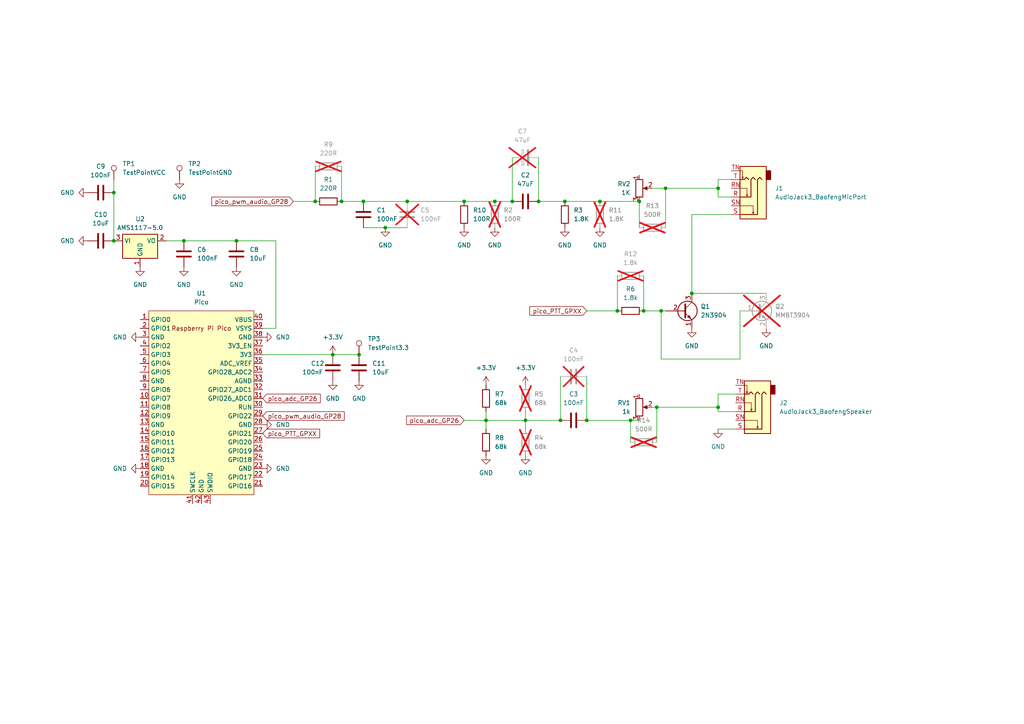
<source format=kicad_sch>
(kicad_sch (version 20230121) (generator eeschema)
  (paper "A4")
  (lib_symbols
    (symbol "Connector:TestPoint" (pin_numbers hide) (pin_names (offset 0.762) hide)
      (property "Reference" "TP" (at 0 6.858 0))
      (property "Value" "TestPoint" (at 0 5.08 0))
      (symbol "TestPoint_0_1"
        (circle (center 0 3.302) (radius 0.762))
      )
      (symbol "TestPoint_1_1"
        (pin passive line (at 0 0 90) (length 2.54) (name "1") (number "1"))
      )
    )
    (symbol "Connector_Audio:AudioJack3_Switch"
      (property "Reference" "J" (at 0 11.43 0))
      (property "Value" "AudioJack3_Switch" (at 0 8.89 0))
      (symbol "AudioJack3_Switch_0_1"
        (rectangle (start -5.08 -5.08) (end -6.35 -7.62) (stroke (width 0.254)) (fill (type outline)))
        (polyline (pts (xy -1.27 4.826) (xy -1.016 4.318)))
        (polyline (pts (xy 0.508 -0.254) (xy 0.762 -0.762)))
        (polyline (pts (xy 1.778 -5.334) (xy 2.032 -5.842)))
        (polyline (pts (xy 0 -5.08) (xy 0.635 -5.715) (xy 1.27 -5.08) (xy 2.54 -5.08)) (stroke (width 0.254)))
        (polyline (pts (xy 2.54 -7.62) (xy 1.778 -7.62) (xy 1.778 -5.334) (xy 1.524 -5.842)))
        (polyline (pts (xy 2.54 -2.54) (xy 0.508 -2.54) (xy 0.508 -0.254) (xy 0.254 -0.762)))
        (polyline (pts (xy 2.54 2.54) (xy -1.27 2.54) (xy -1.27 4.826) (xy -1.524 4.318)))
        (polyline (pts (xy -1.905 -5.08) (xy -1.27 -5.715) (xy -0.635 -5.08) (xy -0.635 0) (xy 2.54 0)) (stroke (width 0.254)))
        (polyline (pts (xy 2.54 5.08) (xy -2.54 5.08) (xy -2.54 -5.08) (xy -3.175 -5.715) (xy -3.81 -5.08)) (stroke (width 0.254)))
        (rectangle (start 2.54 6.35) (end -5.08 -8.89) (stroke (width 0.254)) (fill (type background)))
      )
      (symbol "AudioJack3_Switch_1_1"
        (pin passive line (at 5.08 0 180) (length 2.54) (name "~") (number "R"))
        (pin passive line (at 5.08 -2.54 180) (length 2.54) (name "~") (number "RN"))
        (pin passive line (at 5.08 5.08 180) (length 2.54) (name "~") (number "S"))
        (pin passive line (at 5.08 2.54 180) (length 2.54) (name "~") (number "SN"))
        (pin passive line (at 5.08 -5.08 180) (length 2.54) (name "~") (number "T"))
        (pin passive line (at 5.08 -7.62 180) (length 2.54) (name "~") (number "TN"))
      )
    )
    (symbol "Device:C" (pin_numbers hide) (pin_names (offset 0.254))
      (property "Reference" "C" (at 0.635 2.54 0))
      (property "Value" "C" (at 0.635 -2.54 0))
      (symbol "C_0_1"
        (polyline (pts (xy -2.032 -0.762) (xy 2.032 -0.762)) (stroke (width 0.508)))
        (polyline (pts (xy -2.032 0.762) (xy 2.032 0.762)) (stroke (width 0.508)))
      )
      (symbol "C_1_1"
        (pin passive line (at 0 3.81 270) (length 2.794) (name "~") (number "1"))
        (pin passive line (at 0 -3.81 90) (length 2.794) (name "~") (number "2"))
      )
    )
    (symbol "Device:C_Polarized" (pin_numbers hide) (pin_names (offset 0.254))
      (property "Reference" "C" (at 0.635 2.54 0))
      (property "Value" "C_Polarized" (at 0.635 -2.54 0))
      (symbol "C_Polarized_0_1"
        (rectangle (start -2.286 0.508) (end 2.286 1.016))
        (polyline (pts (xy -1.778 2.286) (xy -0.762 2.286)))
        (polyline (pts (xy -1.27 2.794) (xy -1.27 1.778)))
        (rectangle (start 2.286 -0.508) (end -2.286 -1.016) (fill (type outline)))
      )
      (symbol "C_Polarized_1_1"
        (pin passive line (at 0 3.81 270) (length 2.794) (name "~") (number "1"))
        (pin passive line (at 0 -3.81 90) (length 2.794) (name "~") (number "2"))
      )
    )
    (symbol "Device:R" (pin_numbers hide) (pin_names (offset 0))
      (property "Reference" "R" (at 2.032 0 90))
      (property "Value" "R" (at 0 0 90))
      (symbol "R_0_1"
        (rectangle (start -1.016 -2.54) (end 1.016 2.54) (stroke (width 0.254)))
      )
      (symbol "R_1_1"
        (pin passive line (at 0 3.81 270) (length 1.27) (name "~") (number "1"))
        (pin passive line (at 0 -3.81 90) (length 1.27) (name "~") (number "2"))
      )
    )
    (symbol "Device:R_Potentiometer" (pin_names (offset 1.016) hide)
      (property "Reference" "RV" (at -4.445 0 90))
      (property "Value" "R_Potentiometer" (at -2.54 0 90))
      (symbol "R_Potentiometer_0_1"
        (polyline (pts (xy 2.54 0) (xy 1.524 0)))
        (polyline (pts (xy 1.143 0) (xy 2.286 0.508) (xy 2.286 -0.508) (xy 1.143 0)) (fill (type outline)))
        (rectangle (start 1.016 2.54) (end -1.016 -2.54) (stroke (width 0.254)))
      )
      (symbol "R_Potentiometer_1_1"
        (pin passive line (at 0 3.81 270) (length 1.27) (name "1") (number "1"))
        (pin passive line (at 3.81 0 180) (length 1.27) (name "2") (number "2"))
        (pin passive line (at 0 -3.81 90) (length 1.27) (name "3") (number "3"))
      )
    )
    (symbol "MCU_RaspberryPi_and_Boards:Pico"
      (property "Reference" "U" (at -13.97 27.94 0))
      (property "Value" "Pico" (at 0 19.05 0))
      (symbol "Pico_0_0"
        (text "Raspberry Pi Pico" (at 0 21.59 0) (effects (font (size 1.27 1.27))))
      )
      (symbol "Pico_0_1"
        (rectangle (start -15.24 26.67) (end 15.24 -26.67) (fill (type background)))
      )
      (symbol "Pico_1_1"
        (pin bidirectional line (at -17.78 24.13 0) (length 2.54) (name "GPIO0") (number "1"))
        (pin bidirectional line (at -17.78 1.27 0) (length 2.54) (name "GPIO7") (number "10"))
        (pin bidirectional line (at -17.78 -1.27 0) (length 2.54) (name "GPIO8") (number "11"))
        (pin bidirectional line (at -17.78 -3.81 0) (length 2.54) (name "GPIO9") (number "12"))
        (pin power_in line (at -17.78 -6.35 0) (length 2.54) (name "GND") (number "13"))
        (pin bidirectional line (at -17.78 -8.89 0) (length 2.54) (name "GPIO10") (number "14"))
        (pin bidirectional line (at -17.78 -11.43 0) (length 2.54) (name "GPIO11") (number "15"))
        (pin bidirectional line (at -17.78 -13.97 0) (length 2.54) (name "GPIO12") (number "16"))
        (pin bidirectional line (at -17.78 -16.51 0) (length 2.54) (name "GPIO13") (number "17"))
        (pin power_in line (at -17.78 -19.05 0) (length 2.54) (name "GND") (number "18"))
        (pin bidirectional line (at -17.78 -21.59 0) (length 2.54) (name "GPIO14") (number "19"))
        (pin bidirectional line (at -17.78 21.59 0) (length 2.54) (name "GPIO1") (number "2"))
        (pin bidirectional line (at -17.78 -24.13 0) (length 2.54) (name "GPIO15") (number "20"))
        (pin bidirectional line (at 17.78 -24.13 180) (length 2.54) (name "GPIO16") (number "21"))
        (pin bidirectional line (at 17.78 -21.59 180) (length 2.54) (name "GPIO17") (number "22"))
        (pin power_in line (at 17.78 -19.05 180) (length 2.54) (name "GND") (number "23"))
        (pin bidirectional line (at 17.78 -16.51 180) (length 2.54) (name "GPIO18") (number "24"))
        (pin bidirectional line (at 17.78 -13.97 180) (length 2.54) (name "GPIO19") (number "25"))
        (pin bidirectional line (at 17.78 -11.43 180) (length 2.54) (name "GPIO20") (number "26"))
        (pin bidirectional line (at 17.78 -8.89 180) (length 2.54) (name "GPIO21") (number "27"))
        (pin power_in line (at 17.78 -6.35 180) (length 2.54) (name "GND") (number "28"))
        (pin bidirectional line (at 17.78 -3.81 180) (length 2.54) (name "GPIO22") (number "29"))
        (pin power_in line (at -17.78 19.05 0) (length 2.54) (name "GND") (number "3"))
        (pin input line (at 17.78 -1.27 180) (length 2.54) (name "RUN") (number "30"))
        (pin bidirectional line (at 17.78 1.27 180) (length 2.54) (name "GPIO26_ADC0") (number "31"))
        (pin bidirectional line (at 17.78 3.81 180) (length 2.54) (name "GPIO27_ADC1") (number "32"))
        (pin power_in line (at 17.78 6.35 180) (length 2.54) (name "AGND") (number "33"))
        (pin bidirectional line (at 17.78 8.89 180) (length 2.54) (name "GPIO28_ADC2") (number "34"))
        (pin power_in line (at 17.78 11.43 180) (length 2.54) (name "ADC_VREF") (number "35"))
        (pin power_in line (at 17.78 13.97 180) (length 2.54) (name "3V3") (number "36"))
        (pin input line (at 17.78 16.51 180) (length 2.54) (name "3V3_EN") (number "37"))
        (pin bidirectional line (at 17.78 19.05 180) (length 2.54) (name "GND") (number "38"))
        (pin power_in line (at 17.78 21.59 180) (length 2.54) (name "VSYS") (number "39"))
        (pin bidirectional line (at -17.78 16.51 0) (length 2.54) (name "GPIO2") (number "4"))
        (pin power_in line (at 17.78 24.13 180) (length 2.54) (name "VBUS") (number "40"))
        (pin input line (at -2.54 -29.21 90) (length 2.54) (name "SWCLK") (number "41"))
        (pin power_in line (at 0 -29.21 90) (length 2.54) (name "GND") (number "42"))
        (pin bidirectional line (at 2.54 -29.21 90) (length 2.54) (name "SWDIO") (number "43"))
        (pin bidirectional line (at -17.78 13.97 0) (length 2.54) (name "GPIO3") (number "5"))
        (pin bidirectional line (at -17.78 11.43 0) (length 2.54) (name "GPIO4") (number "6"))
        (pin bidirectional line (at -17.78 8.89 0) (length 2.54) (name "GPIO5") (number "7"))
        (pin power_in line (at -17.78 6.35 0) (length 2.54) (name "GND") (number "8"))
        (pin bidirectional line (at -17.78 3.81 0) (length 2.54) (name "GPIO6") (number "9"))
      )
    )
    (symbol "Regulator_Linear:AMS1117-5.0"
      (property "Reference" "U" (at -3.81 3.175 0))
      (property "Value" "AMS1117-5.0" (at 0 3.175 0))
      (symbol "AMS1117-5.0_0_1"
        (rectangle (start -5.08 -5.08) (end 5.08 1.905) (stroke (width 0.254)) (fill (type background)))
      )
      (symbol "AMS1117-5.0_1_1"
        (pin power_in line (at 0 -7.62 90) (length 2.54) (name "GND") (number "1"))
        (pin power_out line (at 7.62 0 180) (length 2.54) (name "VO") (number "2"))
        (pin power_in line (at -7.62 0 0) (length 2.54) (name "VI") (number "3"))
      )
    )
    (symbol "Transistor_BJT:2N3904" (pin_names (offset 0) hide)
      (property "Reference" "Q" (at 5.08 1.905 0))
      (property "Value" "2N3904" (at 5.08 0 0))
      (symbol "2N3904_0_1"
        (polyline (pts (xy 0.635 0.635) (xy 2.54 2.54)))
        (polyline (pts (xy 0.635 -0.635) (xy 2.54 -2.54) (xy 2.54 -2.54)))
        (polyline (pts (xy 0.635 1.905) (xy 0.635 -1.905) (xy 0.635 -1.905)) (stroke (width 0.508)))
        (polyline (pts (xy 1.27 -1.778) (xy 1.778 -1.27) (xy 2.286 -2.286) (xy 1.27 -1.778) (xy 1.27 -1.778)) (fill (type outline)))
        (circle (center 1.27 0) (radius 2.8194) (stroke (width 0.254)))
      )
      (symbol "2N3904_1_1"
        (pin passive line (at 2.54 -5.08 90) (length 2.54) (name "E") (number "1"))
        (pin passive line (at -5.08 0 0) (length 5.715) (name "B") (number "2"))
        (pin passive line (at 2.54 5.08 270) (length 2.54) (name "C") (number "3"))
      )
    )
    (symbol "Transistor_BJT:MMBT3904" (pin_names (offset 0) hide)
      (property "Reference" "Q" (at 5.08 1.905 0))
      (property "Value" "MMBT3904" (at 5.08 0 0))
      (symbol "MMBT3904_0_1"
        (polyline (pts (xy 0.635 0.635) (xy 2.54 2.54)))
        (polyline (pts (xy 0.635 -0.635) (xy 2.54 -2.54) (xy 2.54 -2.54)))
        (polyline (pts (xy 0.635 1.905) (xy 0.635 -1.905) (xy 0.635 -1.905)) (stroke (width 0.508)))
        (polyline (pts (xy 1.27 -1.778) (xy 1.778 -1.27) (xy 2.286 -2.286) (xy 1.27 -1.778) (xy 1.27 -1.778)) (fill (type outline)))
        (circle (center 1.27 0) (radius 2.8194) (stroke (width 0.254)))
      )
      (symbol "MMBT3904_1_1"
        (pin input line (at -5.08 0 0) (length 5.715) (name "B") (number "1"))
        (pin passive line (at 2.54 -5.08 90) (length 2.54) (name "E") (number "2"))
        (pin passive line (at 2.54 5.08 270) (length 2.54) (name "C") (number "3"))
      )
    )
    (symbol "power:+3.3V" (power) (pin_names (offset 0))
      (property "Value" "+3.3V" (at 0 3.556 0))
      (symbol "+3.3V_0_1"
        (polyline (pts (xy -0.762 1.27) (xy 0 2.54)))
        (polyline (pts (xy 0 0) (xy 0 2.54)))
        (polyline (pts (xy 0 2.54) (xy 0.762 1.27)))
      )
      (symbol "+3.3V_1_1"
        (pin power_in line (at 0 0 90) (length 0) hide (name "+3.3V") (number "1"))
      )
    )
    (symbol "power:GND" (power) (pin_names (offset 0))
      (property "Value" "GND" (at 0 -3.81 0))
      (symbol "GND_0_1"
        (polyline (pts (xy 0 0) (xy 0 -1.27) (xy 1.27 -1.27) (xy 0 -2.54) (xy -1.27 -1.27) (xy 0 -1.27)))
      )
      (symbol "GND_1_1"
        (pin power_in line (at 0 0 270) (length 0) hide (name "GND") (number "1"))
      )
    )
  )
  (junction (at 190.5 118.11))
  (junction (at 163.83 58.42))
  (junction (at 193.04 54.61))
  (junction (at 208.28 118.11))
  (junction (at 33.02 69.85))
  (junction (at 68.58 69.85))
  (junction (at 182.88 121.92))
  (junction (at 105.41 58.42))
  (junction (at 156.21 58.42))
  (junction (at 104.14 102.87))
  (junction (at 99.06 58.42))
  (junction (at 134.62 58.42))
  (junction (at 96.52 102.87))
  (junction (at 118.11 58.42))
  (junction (at 191.77 90.17))
  (junction (at 170.18 121.92))
  (junction (at 143.51 58.42))
  (junction (at 185.42 58.42))
  (junction (at 200.66 85.09))
  (junction (at 91.44 58.42))
  (junction (at 33.02 55.88))
  (junction (at 53.34 69.85))
  (junction (at 140.97 121.92))
  (junction (at 152.4 121.92))
  (junction (at 111.76 66.04))
  (junction (at 186.69 90.17))
  (junction (at 179.07 90.17))
  (junction (at 162.56 121.92))
  (junction (at 208.28 54.61))
  (junction (at 148.59 58.42))
  (junction (at 173.99 58.42))
  (wire (pts (xy 185.42 58.42) (xy 185.42 66.04)))
  (wire (pts (xy 143.51 58.42) (xy 148.59 58.42)))
  (wire (pts (xy 140.97 121.92) (xy 140.97 124.46)))
  (wire (pts (xy 186.69 90.17) (xy 191.77 90.17)))
  (wire (pts (xy 208.28 119.38) (xy 208.28 118.11)))
  (wire (pts (xy 91.44 48.26) (xy 91.44 58.42)))
  (wire (pts (xy 208.28 54.61) (xy 208.28 57.15)))
  (wire (pts (xy 189.23 54.61) (xy 193.04 54.61)))
  (wire (pts (xy 193.04 54.61) (xy 193.04 66.04)))
  (wire (pts (xy 85.09 58.42) (xy 91.44 58.42)))
  (wire (pts (xy 222.25 85.09) (xy 200.66 85.09)))
  (wire (pts (xy 156.21 45.72) (xy 156.21 58.42)))
  (wire (pts (xy 48.26 69.85) (xy 53.34 69.85)))
  (wire (pts (xy 99.06 58.42) (xy 105.41 58.42)))
  (wire (pts (xy 200.66 62.23) (xy 212.09 62.23)))
  (wire (pts (xy 208.28 118.11) (xy 208.28 114.3)))
  (wire (pts (xy 208.28 54.61) (xy 208.28 52.07)))
  (wire (pts (xy 186.69 80.01) (xy 186.69 90.17)))
  (wire (pts (xy 189.23 118.11) (xy 190.5 118.11)))
  (wire (pts (xy 193.04 54.61) (xy 208.28 54.61)))
  (wire (pts (xy 140.97 119.38) (xy 140.97 121.92)))
  (wire (pts (xy 80.01 69.85) (xy 80.01 95.25)))
  (wire (pts (xy 182.88 121.92) (xy 185.42 121.92)))
  (wire (pts (xy 148.59 45.72) (xy 148.59 58.42)))
  (wire (pts (xy 213.36 119.38) (xy 208.28 119.38)))
  (wire (pts (xy 163.83 58.42) (xy 173.99 58.42)))
  (wire (pts (xy 53.34 69.85) (xy 68.58 69.85)))
  (wire (pts (xy 179.07 80.01) (xy 179.07 90.17)))
  (wire (pts (xy 182.88 121.92) (xy 182.88 128.27)))
  (wire (pts (xy 190.5 118.11) (xy 190.5 128.27)))
  (wire (pts (xy 190.5 118.11) (xy 208.28 118.11)))
  (wire (pts (xy 111.76 66.04) (xy 105.41 66.04)))
  (wire (pts (xy 118.11 66.04) (xy 111.76 66.04)))
  (wire (pts (xy 214.63 104.14) (xy 191.77 104.14)))
  (wire (pts (xy 208.28 124.46) (xy 213.36 124.46)))
  (wire (pts (xy 191.77 90.17) (xy 193.04 90.17)))
  (wire (pts (xy 200.66 62.23) (xy 200.66 85.09)))
  (wire (pts (xy 68.58 69.85) (xy 80.01 69.85)))
  (wire (pts (xy 152.4 121.92) (xy 152.4 124.46)))
  (wire (pts (xy 170.18 109.22) (xy 170.18 121.92)))
  (wire (pts (xy 170.18 90.17) (xy 179.07 90.17)))
  (wire (pts (xy 208.28 114.3) (xy 213.36 114.3)))
  (wire (pts (xy 33.02 52.07) (xy 33.02 55.88)))
  (wire (pts (xy 152.4 121.92) (xy 162.56 121.92)))
  (wire (pts (xy 33.02 55.88) (xy 33.02 69.85)))
  (wire (pts (xy 173.99 58.42) (xy 185.42 58.42)))
  (wire (pts (xy 170.18 121.92) (xy 182.88 121.92)))
  (wire (pts (xy 118.11 58.42) (xy 134.62 58.42)))
  (wire (pts (xy 140.97 121.92) (xy 152.4 121.92)))
  (wire (pts (xy 99.06 48.26) (xy 99.06 58.42)))
  (wire (pts (xy 156.21 58.42) (xy 163.83 58.42)))
  (wire (pts (xy 76.2 102.87) (xy 96.52 102.87)))
  (wire (pts (xy 134.62 58.42) (xy 143.51 58.42)))
  (wire (pts (xy 208.28 52.07) (xy 212.09 52.07)))
  (wire (pts (xy 80.01 95.25) (xy 76.2 95.25)))
  (wire (pts (xy 105.41 58.42) (xy 118.11 58.42)))
  (wire (pts (xy 152.4 119.38) (xy 152.4 121.92)))
  (wire (pts (xy 96.52 102.87) (xy 104.14 102.87)))
  (wire (pts (xy 162.56 109.22) (xy 162.56 121.92)))
  (wire (pts (xy 134.62 121.92) (xy 140.97 121.92)))
  (wire (pts (xy 208.28 57.15) (xy 212.09 57.15)))
  (wire (pts (xy 214.63 90.17) (xy 214.63 104.14)))
  (wire (pts (xy 191.77 104.14) (xy 191.77 90.17)))
  (global_label "pico_adc_GP26" (shape input) (at 76.2 115.57 0) (property "Intersheetrefs" "${INTERSHEET_REFS}" (effects hide)))
  (global_label "pico_pwm_audio_GP28" (shape input) (at 85.09 58.42 180) (property "Intersheetrefs" "${INTERSHEET_REFS}" (effects hide)))
  (global_label "pico_PTT_GPXX" (shape input) (at 170.18 90.17 180) (property "Intersheetrefs" "${INTERSHEET_REFS}" (effects hide)))
  (global_label "pico_PTT_GPXX" (shape input) (at 76.2 125.73 0) (property "Intersheetrefs" "${INTERSHEET_REFS}" (effects hide)))
  (global_label "pico_pwm_audio_GP28" (shape input) (at 76.2 120.65 0) (property "Intersheetrefs" "${INTERSHEET_REFS}" (effects hide)))
  (global_label "pico_adc_GP26" (shape input) (at 134.62 121.92 180) (property "Intersheetrefs" "${INTERSHEET_REFS}" (effects hide)))
  (symbol (lib_id "Device:R") (at 173.99 62.23 0) (unit 1) (dnp yes)
    (property "Reference" "R11" (at 176.53 60.96 0) (effects (justify left)))
    (property "Value" "1.8K" (at 176.53 63.5 0) (effects (justify left)))
    (property "Footprint" "Resistor_THT:R_Axial_DIN0207_L6.3mm_D2.5mm_P2.54mm_Vertical" (effects hide))
  )
  (symbol (lib_id "power:+3.3V") (at 152.4 111.76 0) (unit 1)
    (property "Reference" "#PWR01" (effects hide))
    (property "Value" "+3.3V" (at 152.4 106.68 0))
  )
  (symbol (lib_id "Regulator_Linear:AMS1117-5.0") (at 40.64 69.85 0) (unit 1)
    (property "Reference" "U2" (at 40.64 63.5 0))
    (property "Value" "AMS1117-5.0" (at 40.64 66.04 0))
    (property "Footprint" "Package_TO_SOT_SMD:SOT-223-3_TabPin2" (effects hide))
    (property "Datasheet" "http://www.advanced-monolithic.com/pdf/ds1117.pdf" (effects hide))
  )
  (symbol (lib_id "Device:C") (at 118.11 62.23 180) (unit 1) (dnp yes)
    (property "Reference" "C5" (at 121.92 60.96 0) (effects (justify right)))
    (property "Value" "100nF" (at 121.92 63.5 0) (effects (justify right)))
    (property "Footprint" "Capacitor_THT:C_Disc_D4.3mm_W1.9mm_P5.00mm" (effects hide))
  )
  (symbol (lib_id "power:GND") (at 152.4 132.08 0) (unit 1)
    (property "Reference" "#PWR02" (effects hide))
    (property "Value" "GND" (at 152.4 137.16 0))
  )
  (symbol (lib_id "Device:R_Potentiometer") (at 185.42 54.61 0) (unit 1)
    (property "Reference" "RV2" (at 182.88 53.34 0) (effects (justify right)))
    (property "Value" "1K" (at 182.88 55.88 0) (effects (justify right)))
    (property "Footprint" "Potentiometer_THT:Potentiometer_Runtron_RM-065_Vertical" (effects hide))
  )
  (symbol (lib_id "power:GND") (at 200.66 95.25 0) (unit 1)
    (property "Reference" "#PWR06" (effects hide))
    (property "Value" "GND" (at 200.66 100.33 0))
  )
  (symbol (lib_id "Device:C") (at 105.41 62.23 180) (unit 1)
    (property "Reference" "C1" (at 109.22 60.96 0) (effects (justify right)))
    (property "Value" "100nF" (at 109.22 63.5 0) (effects (justify right)))
    (property "Footprint" "Capacitor_SMD:C_1206_3216Metric" (effects hide))
  )
  (symbol (lib_id "power:GND") (at 40.64 135.89 270) (unit 1)
    (property "Reference" "#PWR016" (effects hide))
    (property "Value" "GND" (at 36.83 135.89 90) (effects (justify right)))
  )
  (symbol (lib_id "Device:C") (at 96.52 106.68 180) (unit 1)
    (property "Reference" "C12" (at 90.17 105.41 0) (effects (justify right)))
    (property "Value" "100nF" (at 87.63 107.95 0) (effects (justify right)))
    (property "Footprint" "Capacitor_SMD:C_1206_3216Metric" (effects hide))
  )
  (symbol (lib_id "power:GND") (at 40.64 97.79 270) (unit 1)
    (property "Reference" "#PWR015" (effects hide))
    (property "Value" "GND" (at 36.83 97.79 90) (effects (justify right)))
  )
  (symbol (lib_id "power:GND") (at 173.99 66.04 0) (unit 1)
    (property "Reference" "#PWR011" (effects hide))
    (property "Value" "GND" (at 173.99 71.12 0))
  )
  (symbol (lib_id "power:GND") (at 140.97 132.08 0) (unit 1)
    (property "Reference" "#PWR09" (effects hide))
    (property "Value" "GND" (at 140.97 137.16 0))
  )
  (symbol (lib_id "Connector:TestPoint") (at 52.07 52.07 0) (unit 1)
    (property "Reference" "TP2" (at 54.61 47.498 0) (effects (justify left)))
    (property "Value" "TestPointGND" (at 54.61 50.038 0) (effects (justify left)))
    (property "Footprint" "TestPoint:TestPoint_Pad_2.0x2.0mm" (effects hide))
  )
  (symbol (lib_id "Device:R") (at 163.83 62.23 0) (unit 1)
    (property "Reference" "R3" (at 166.37 60.96 0) (effects (justify left)))
    (property "Value" "1.8K" (at 166.37 63.5 0) (effects (justify left)))
    (property "Footprint" "Resistor_SMD:R_1206_3216Metric" (effects hide))
  )
  (symbol (lib_id "Device:R") (at 134.62 62.23 180) (unit 1)
    (property "Reference" "R10" (at 137.16 60.96 0) (effects (justify right)))
    (property "Value" "100R" (at 137.16 63.5 0) (effects (justify right)))
    (property "Footprint" "Resistor_SMD:R_1206_3216Metric" (effects hide))
  )
  (symbol (lib_id "power:GND") (at 104.14 110.49 0) (unit 1)
    (property "Reference" "#PWR026" (effects hide))
    (property "Value" "GND" (at 104.14 115.57 0))
  )
  (symbol (lib_id "Connector:TestPoint") (at 104.14 102.87 0) (unit 1)
    (property "Reference" "TP3" (at 106.68 98.298 0) (effects (justify left)))
    (property "Value" "TestPoint3.3" (at 106.68 100.838 0) (effects (justify left)))
    (property "Footprint" "TestPoint:TestPoint_Pad_2.0x2.0mm" (effects hide))
  )
  (symbol (lib_id "power:GND") (at 143.51 66.04 0) (unit 1)
    (property "Reference" "#PWR07" (effects hide))
    (property "Value" "GND" (at 143.51 71.12 0))
  )
  (symbol (lib_id "Device:R_Potentiometer") (at 185.42 118.11 0) (unit 1)
    (property "Reference" "RV1" (at 182.88 116.84 0) (effects (justify right)))
    (property "Value" "1k" (at 182.88 119.38 0) (effects (justify right)))
    (property "Footprint" "Potentiometer_THT:Potentiometer_Runtron_RM-065_Vertical" (effects hide))
  )
  (symbol (lib_id "power:GND") (at 111.76 66.04 0) (unit 1)
    (property "Reference" "#PWR04" (effects hide))
    (property "Value" "GND" (at 111.76 71.12 0))
  )
  (symbol (lib_id "power:GND") (at 68.58 77.47 0) (unit 1)
    (property "Reference" "#PWR022" (effects hide))
    (property "Value" "GND" (at 68.58 82.55 0))
  )
  (symbol (lib_id "Device:R") (at 152.4 115.57 0) (unit 1) (dnp yes)
    (property "Reference" "R5" (at 154.94 114.3 0) (effects (justify left)))
    (property "Value" "68k" (at 154.94 116.84 0) (effects (justify left)))
    (property "Footprint" "Resistor_THT:R_Axial_DIN0207_L6.3mm_D2.5mm_P2.54mm_Vertical" (effects hide))
  )
  (symbol (lib_id "Device:R") (at 140.97 115.57 0) (unit 1)
    (property "Reference" "R7" (at 143.51 114.3 0) (effects (justify left)))
    (property "Value" "68k" (at 143.51 116.84 0) (effects (justify left)))
    (property "Footprint" "Resistor_SMD:R_1206_3216Metric" (effects hide))
  )
  (symbol (lib_id "power:GND") (at 96.52 110.49 0) (unit 1)
    (property "Reference" "#PWR025" (effects hide))
    (property "Value" "GND" (at 96.52 115.57 0))
  )
  (symbol (lib_id "power:GND") (at 40.64 77.47 0) (unit 1)
    (property "Reference" "#PWR020" (effects hide))
    (property "Value" "GND" (at 40.64 82.55 0))
  )
  (symbol (lib_id "MCU_RaspberryPi_and_Boards:Pico") (at 58.42 116.84 0) (unit 1)
    (property "Reference" "U1" (at 58.42 85.09 0))
    (property "Value" "Pico" (at 58.42 87.63 0))
    (property "Footprint" "RPi_Pico:RPi_Pico_SMD_TH" (effects hide))
  )
  (symbol (lib_id "Transistor_BJT:2N3904") (at 198.12 90.17 0) (unit 1)
    (property "Reference" "Q1" (at 203.2 88.9 0) (effects (justify left)))
    (property "Value" "2N3904" (at 203.2 91.44 0) (effects (justify left)))
    (property "Footprint" "Package_TO_SOT_THT:TO-92_Inline" (effects hide))
    (property "Datasheet" "https://www.onsemi.com/pub/Collateral/2N3903-D.PDF" (effects hide))
  )
  (symbol (lib_id "power:GND") (at 76.2 97.79 90) (unit 1)
    (property "Reference" "#PWR014" (effects hide))
    (property "Value" "GND" (at 80.01 97.79 90) (effects (justify right)))
  )
  (symbol (lib_id "power:+3.3V") (at 96.52 102.87 0) (unit 1)
    (property "Reference" "#PWR013" (effects hide))
    (property "Value" "+3.3V" (at 96.52 97.79 0))
  )
  (symbol (lib_id "power:GND") (at 76.2 123.19 90) (unit 1)
    (property "Reference" "#PWR018" (effects hide))
    (property "Value" "GND" (at 80.01 123.19 90) (effects (justify right)))
  )
  (symbol (lib_id "Device:C") (at 166.37 109.22 90) (unit 1) (dnp yes)
    (property "Reference" "C4" (at 166.37 101.6 90))
    (property "Value" "100nF" (at 166.37 104.14 90))
    (property "Footprint" "Capacitor_THT:C_Disc_D4.3mm_W1.9mm_P5.00mm" (effects hide))
  )
  (symbol (lib_id "Device:R") (at 95.25 58.42 90) (unit 1)
    (property "Reference" "R1" (at 95.25 52.07 90))
    (property "Value" "220R" (at 95.25 54.61 90))
    (property "Footprint" "Resistor_SMD:R_1206_3216Metric" (effects hide))
  )
  (symbol (lib_id "power:GND") (at 52.07 52.07 0) (unit 1)
    (property "Reference" "#PWR019" (effects hide))
    (property "Value" "GND" (at 52.07 57.15 0))
  )
  (symbol (lib_id "Device:R") (at 143.51 62.23 180) (unit 1) (dnp yes)
    (property "Reference" "R2" (at 146.05 60.96 0) (effects (justify right)))
    (property "Value" "100R" (at 146.05 63.5 0) (effects (justify right)))
    (property "Footprint" "Resistor_THT:R_Axial_DIN0207_L6.3mm_D2.5mm_P2.54mm_Vertical" (effects hide))
  )
  (symbol (lib_id "Device:C") (at 29.21 69.85 270) (unit 1)
    (property "Reference" "C10" (at 29.21 62.23 90))
    (property "Value" "10uF" (at 29.21 64.77 90))
    (property "Footprint" "Capacitor_SMD:C_1206_3216Metric" (effects hide))
  )
  (symbol (lib_id "Device:C") (at 166.37 121.92 90) (unit 1)
    (property "Reference" "C3" (at 166.37 114.3 90))
    (property "Value" "100nF" (at 166.37 116.84 90))
    (property "Footprint" "Capacitor_SMD:C_1206_3216Metric" (effects hide))
  )
  (symbol (lib_id "Device:C") (at 29.21 55.88 270) (unit 1)
    (property "Reference" "C9" (at 29.21 48.26 90))
    (property "Value" "100nF" (at 29.21 50.8 90))
    (property "Footprint" "Capacitor_SMD:C_1206_3216Metric" (effects hide))
  )
  (symbol (lib_id "Device:R") (at 95.25 48.26 90) (unit 1) (dnp yes)
    (property "Reference" "R9" (at 95.25 41.91 90))
    (property "Value" "220R" (at 95.25 44.45 90))
    (property "Footprint" "Resistor_THT:R_Axial_DIN0207_L6.3mm_D2.5mm_P2.54mm_Vertical" (effects hide))
  )
  (symbol (lib_id "Device:C") (at 53.34 73.66 180) (unit 1)
    (property "Reference" "C6" (at 57.15 72.39 0) (effects (justify right)))
    (property "Value" "100nF" (at 57.15 74.93 0) (effects (justify right)))
    (property "Footprint" "Capacitor_SMD:C_1206_3216Metric" (effects hide))
  )
  (symbol (lib_id "power:GND") (at 76.2 135.89 90) (unit 1)
    (property "Reference" "#PWR017" (effects hide))
    (property "Value" "GND" (at 80.01 135.89 90) (effects (justify right)))
  )
  (symbol (lib_id "Device:R") (at 189.23 66.04 90) (unit 1) (dnp yes)
    (property "Reference" "R13" (at 189.23 59.69 90))
    (property "Value" "500R" (at 189.23 62.23 90))
    (property "Footprint" "Resistor_SMD:R_1206_3216Metric" (effects hide))
  )
  (symbol (lib_id "power:GND") (at 53.34 77.47 0) (unit 1)
    (property "Reference" "#PWR021" (effects hide))
    (property "Value" "GND" (at 53.34 82.55 0))
  )
  (symbol (lib_id "Device:R") (at 182.88 90.17 90) (unit 1)
    (property "Reference" "R6" (at 182.88 83.82 90))
    (property "Value" "1.8k" (at 182.88 86.36 90))
    (property "Footprint" "Resistor_SMD:R_1206_3216Metric" (effects hide))
  )
  (symbol (lib_id "Device:C_Polarized") (at 152.4 45.72 90) (unit 1) (dnp yes)
    (property "Reference" "C7" (at 151.511 38.1 90))
    (property "Value" "47uF" (at 151.511 40.64 90))
    (property "Footprint" "Capacitor_THT:CP_Radial_D5.0mm_P2.50mm" (effects hide))
  )
  (symbol (lib_id "Transistor_BJT:MMBT3904") (at 219.71 90.17 0) (unit 1) (dnp yes)
    (property "Reference" "Q2" (at 224.79 88.9 0) (effects (justify left)))
    (property "Value" "MMBT3904" (at 224.79 91.44 0) (effects (justify left)))
    (property "Footprint" "Package_TO_SOT_SMD:SOT-23" (effects hide))
    (property "Datasheet" "https://www.onsemi.com/pdf/datasheet/pzt3904-d.pdf" (effects hide))
  )
  (symbol (lib_id "Device:R") (at 186.69 128.27 90) (unit 1) (dnp yes)
    (property "Reference" "R14" (at 186.69 121.92 90))
    (property "Value" "500R" (at 186.69 124.46 90))
    (property "Footprint" "Resistor_SMD:R_1206_3216Metric" (effects hide))
  )
  (symbol (lib_id "power:GND") (at 134.62 66.04 0) (unit 1)
    (property "Reference" "#PWR010" (effects hide))
    (property "Value" "GND" (at 134.62 71.12 0))
  )
  (symbol (lib_id "power:GND") (at 222.25 95.25 0) (unit 1)
    (property "Reference" "#PWR012" (effects hide))
    (property "Value" "GND" (at 222.25 100.33 0))
  )
  (symbol (lib_id "Device:R") (at 152.4 128.27 0) (unit 1) (dnp yes)
    (property "Reference" "R4" (at 154.94 127 0) (effects (justify left)))
    (property "Value" "68k" (at 154.94 129.54 0) (effects (justify left)))
    (property "Footprint" "Resistor_THT:R_Axial_DIN0207_L6.3mm_D2.5mm_P2.54mm_Vertical" (effects hide))
  )
  (symbol (lib_id "Connector_Audio:AudioJack3_Switch") (at 218.44 119.38 180) (unit 1)
    (property "Reference" "J2" (at 226.06 116.84 0) (effects (justify right)))
    (property "Value" "AudioJack3_BaofengSpeaker" (at 226.06 119.38 0) (effects (justify right)))
  )
  (symbol (lib_id "power:GND") (at 25.4 69.85 270) (unit 1)
    (property "Reference" "#PWR023" (effects hide))
    (property "Value" "GND" (at 21.59 69.85 90) (effects (justify right)))
  )
  (symbol (lib_id "power:GND") (at 25.4 55.88 270) (unit 1)
    (property "Reference" "#PWR024" (effects hide))
    (property "Value" "GND" (at 21.59 55.88 90) (effects (justify right)))
  )
  (symbol (lib_id "Device:R") (at 140.97 128.27 0) (unit 1)
    (property "Reference" "R8" (at 143.51 127 0) (effects (justify left)))
    (property "Value" "68k" (at 143.51 129.54 0) (effects (justify left)))
    (property "Footprint" "Resistor_SMD:R_1206_3216Metric" (effects hide))
  )
  (symbol (lib_id "Connector_Audio:AudioJack3_Switch") (at 217.17 57.15 180) (unit 1)
    (property "Reference" "J1" (at 224.79 54.61 0) (effects (justify right)))
    (property "Value" "AudioJack3_BaofengMicPort" (at 224.79 57.15 0) (effects (justify right)))
  )
  (symbol (lib_id "power:GND") (at 208.28 124.46 0) (unit 1)
    (property "Reference" "#PWR05" (effects hide))
    (property "Value" "GND" (at 208.28 129.54 0))
  )
  (symbol (lib_id "Device:C") (at 104.14 106.68 180) (unit 1)
    (property "Reference" "C11" (at 107.95 105.41 0) (effects (justify right)))
    (property "Value" "10uF" (at 107.95 107.95 0) (effects (justify right)))
    (property "Footprint" "Capacitor_SMD:C_1206_3216Metric" (effects hide))
  )
  (symbol (lib_id "Device:R") (at 182.88 80.01 90) (unit 1) (dnp yes)
    (property "Reference" "R12" (at 182.88 73.66 90))
    (property "Value" "1.8k" (at 182.88 76.2 90))
    (property "Footprint" "Resistor_THT:R_Axial_DIN0207_L6.3mm_D2.5mm_P2.54mm_Vertical" (effects hide))
  )
  (symbol (lib_id "Device:C") (at 152.4 58.42 90) (unit 1)
    (property "Reference" "C2" (at 152.4 50.8 90))
    (property "Value" "47uF" (at 152.4 53.34 90))
    (property "Footprint" "Capacitor_SMD:C_1206_3216Metric" (effects hide))
  )
  (symbol (lib_id "power:+3.3V") (at 140.97 111.76 0) (unit 1)
    (property "Reference" "#PWR08" (effects hide))
    (property "Value" "+3.3V" (at 140.97 106.68 0))
  )
  (symbol (lib_id "Device:C") (at 68.58 73.66 180) (unit 1)
    (property "Reference" "C8" (at 72.39 72.39 0) (effects (justify right)))
    (property "Value" "10uF" (at 72.39 74.93 0) (effects (justify right)))
    (property "Footprint" "Capacitor_SMD:C_1206_3216Metric" (effects hide))
  )
  (symbol (lib_id "power:GND") (at 163.83 66.04 0) (unit 1)
    (property "Reference" "#PWR03" (effects hide))
    (property "Value" "GND" (at 163.83 71.12 0))
  )
  (symbol (lib_id "Connector:TestPoint") (at 33.02 52.07 0) (unit 1)
    (property "Reference" "TP1" (at 35.56 47.498 0) (effects (justify left)))
    (property "Value" "TestPointVCC" (at 35.56 50.038 0) (effects (justify left)))
    (property "Footprint" "TestPoint:TestPoint_Pad_2.0x2.0mm" (effects hide))
  )
)
</source>
